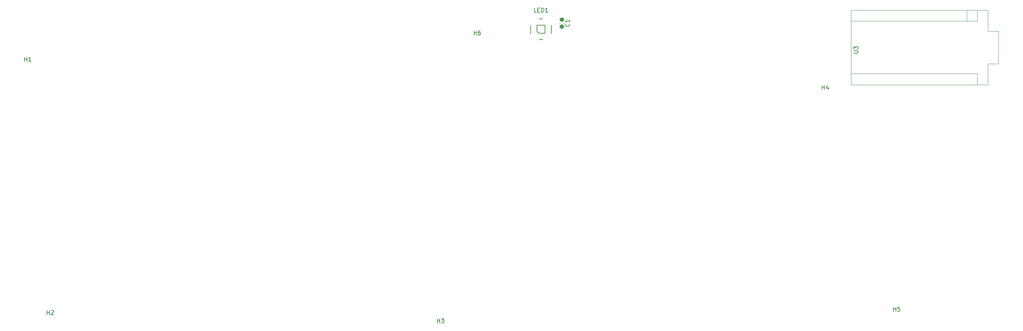
<source format=gto>
%TF.GenerationSoftware,KiCad,Pcbnew,8.0.4*%
%TF.CreationDate,2025-01-19T23:05:39-05:00*%
%TF.ProjectId,shrimple,73687269-6d70-46c6-952e-6b696361645f,rev?*%
%TF.SameCoordinates,Original*%
%TF.FileFunction,Legend,Top*%
%TF.FilePolarity,Positive*%
%FSLAX46Y46*%
G04 Gerber Fmt 4.6, Leading zero omitted, Abs format (unit mm)*
G04 Created by KiCad (PCBNEW 8.0.4) date 2025-01-19 23:05:39*
%MOMM*%
%LPD*%
G01*
G04 APERTURE LIST*
G04 Aperture macros list*
%AMRoundRect*
0 Rectangle with rounded corners*
0 $1 Rounding radius*
0 $2 $3 $4 $5 $6 $7 $8 $9 X,Y pos of 4 corners*
0 Add a 4 corners polygon primitive as box body*
4,1,4,$2,$3,$4,$5,$6,$7,$8,$9,$2,$3,0*
0 Add four circle primitives for the rounded corners*
1,1,$1+$1,$2,$3*
1,1,$1+$1,$4,$5*
1,1,$1+$1,$6,$7*
1,1,$1+$1,$8,$9*
0 Add four rect primitives between the rounded corners*
20,1,$1+$1,$2,$3,$4,$5,0*
20,1,$1+$1,$4,$5,$6,$7,0*
20,1,$1+$1,$6,$7,$8,$9,0*
20,1,$1+$1,$8,$9,$2,$3,0*%
G04 Aperture macros list end*
%ADD10C,0.150000*%
%ADD11C,0.120000*%
%ADD12C,0.200000*%
%ADD13C,0.100000*%
%ADD14C,0.000000*%
%ADD15C,2.600000*%
%ADD16C,4.400000*%
%ADD17C,1.750000*%
%ADD18C,3.987800*%
%ADD19C,3.048000*%
%ADD20RoundRect,0.237500X-0.237500X0.300000X-0.237500X-0.300000X0.237500X-0.300000X0.237500X0.300000X0*%
%ADD21R,1.400000X1.800000*%
%ADD22R,1.600000X1.600000*%
%ADD23O,1.600000X1.600000*%
G04 APERTURE END LIST*
D10*
X153838095Y-39854819D02*
X153838095Y-38854819D01*
X153838095Y-39331009D02*
X154409523Y-39331009D01*
X154409523Y-39854819D02*
X154409523Y-38854819D01*
X155314285Y-38854819D02*
X155123809Y-38854819D01*
X155123809Y-38854819D02*
X155028571Y-38902438D01*
X155028571Y-38902438D02*
X154980952Y-38950057D01*
X154980952Y-38950057D02*
X154885714Y-39092914D01*
X154885714Y-39092914D02*
X154838095Y-39283390D01*
X154838095Y-39283390D02*
X154838095Y-39664342D01*
X154838095Y-39664342D02*
X154885714Y-39759580D01*
X154885714Y-39759580D02*
X154933333Y-39807200D01*
X154933333Y-39807200D02*
X155028571Y-39854819D01*
X155028571Y-39854819D02*
X155219047Y-39854819D01*
X155219047Y-39854819D02*
X155314285Y-39807200D01*
X155314285Y-39807200D02*
X155361904Y-39759580D01*
X155361904Y-39759580D02*
X155409523Y-39664342D01*
X155409523Y-39664342D02*
X155409523Y-39426247D01*
X155409523Y-39426247D02*
X155361904Y-39331009D01*
X155361904Y-39331009D02*
X155314285Y-39283390D01*
X155314285Y-39283390D02*
X155219047Y-39235771D01*
X155219047Y-39235771D02*
X155028571Y-39235771D01*
X155028571Y-39235771D02*
X154933333Y-39283390D01*
X154933333Y-39283390D02*
X154885714Y-39331009D01*
X154885714Y-39331009D02*
X154838095Y-39426247D01*
X255038095Y-106654819D02*
X255038095Y-105654819D01*
X255038095Y-106131009D02*
X255609523Y-106131009D01*
X255609523Y-106654819D02*
X255609523Y-105654819D01*
X256561904Y-105654819D02*
X256085714Y-105654819D01*
X256085714Y-105654819D02*
X256038095Y-106131009D01*
X256038095Y-106131009D02*
X256085714Y-106083390D01*
X256085714Y-106083390D02*
X256180952Y-106035771D01*
X256180952Y-106035771D02*
X256419047Y-106035771D01*
X256419047Y-106035771D02*
X256514285Y-106083390D01*
X256514285Y-106083390D02*
X256561904Y-106131009D01*
X256561904Y-106131009D02*
X256609523Y-106226247D01*
X256609523Y-106226247D02*
X256609523Y-106464342D01*
X256609523Y-106464342D02*
X256561904Y-106559580D01*
X256561904Y-106559580D02*
X256514285Y-106607200D01*
X256514285Y-106607200D02*
X256419047Y-106654819D01*
X256419047Y-106654819D02*
X256180952Y-106654819D01*
X256180952Y-106654819D02*
X256085714Y-106607200D01*
X256085714Y-106607200D02*
X256038095Y-106559580D01*
X237838095Y-53054819D02*
X237838095Y-52054819D01*
X237838095Y-52531009D02*
X238409523Y-52531009D01*
X238409523Y-53054819D02*
X238409523Y-52054819D01*
X239314285Y-52388152D02*
X239314285Y-53054819D01*
X239076190Y-52007200D02*
X238838095Y-52721485D01*
X238838095Y-52721485D02*
X239457142Y-52721485D01*
X145038095Y-109454819D02*
X145038095Y-108454819D01*
X145038095Y-108931009D02*
X145609523Y-108931009D01*
X145609523Y-109454819D02*
X145609523Y-108454819D01*
X145990476Y-108454819D02*
X146609523Y-108454819D01*
X146609523Y-108454819D02*
X146276190Y-108835771D01*
X146276190Y-108835771D02*
X146419047Y-108835771D01*
X146419047Y-108835771D02*
X146514285Y-108883390D01*
X146514285Y-108883390D02*
X146561904Y-108931009D01*
X146561904Y-108931009D02*
X146609523Y-109026247D01*
X146609523Y-109026247D02*
X146609523Y-109264342D01*
X146609523Y-109264342D02*
X146561904Y-109359580D01*
X146561904Y-109359580D02*
X146514285Y-109407200D01*
X146514285Y-109407200D02*
X146419047Y-109454819D01*
X146419047Y-109454819D02*
X146133333Y-109454819D01*
X146133333Y-109454819D02*
X146038095Y-109407200D01*
X146038095Y-109407200D02*
X145990476Y-109359580D01*
X50838095Y-107454819D02*
X50838095Y-106454819D01*
X50838095Y-106931009D02*
X51409523Y-106931009D01*
X51409523Y-107454819D02*
X51409523Y-106454819D01*
X51838095Y-106550057D02*
X51885714Y-106502438D01*
X51885714Y-106502438D02*
X51980952Y-106454819D01*
X51980952Y-106454819D02*
X52219047Y-106454819D01*
X52219047Y-106454819D02*
X52314285Y-106502438D01*
X52314285Y-106502438D02*
X52361904Y-106550057D01*
X52361904Y-106550057D02*
X52409523Y-106645295D01*
X52409523Y-106645295D02*
X52409523Y-106740533D01*
X52409523Y-106740533D02*
X52361904Y-106883390D01*
X52361904Y-106883390D02*
X51790476Y-107454819D01*
X51790476Y-107454819D02*
X52409523Y-107454819D01*
X45438095Y-46254819D02*
X45438095Y-45254819D01*
X45438095Y-45731009D02*
X46009523Y-45731009D01*
X46009523Y-46254819D02*
X46009523Y-45254819D01*
X47009523Y-46254819D02*
X46438095Y-46254819D01*
X46723809Y-46254819D02*
X46723809Y-45254819D01*
X46723809Y-45254819D02*
X46628571Y-45397676D01*
X46628571Y-45397676D02*
X46533333Y-45492914D01*
X46533333Y-45492914D02*
X46438095Y-45540533D01*
X176789580Y-37166666D02*
X176837200Y-37214285D01*
X176837200Y-37214285D02*
X176884819Y-37357142D01*
X176884819Y-37357142D02*
X176884819Y-37452380D01*
X176884819Y-37452380D02*
X176837200Y-37595237D01*
X176837200Y-37595237D02*
X176741961Y-37690475D01*
X176741961Y-37690475D02*
X176646723Y-37738094D01*
X176646723Y-37738094D02*
X176456247Y-37785713D01*
X176456247Y-37785713D02*
X176313390Y-37785713D01*
X176313390Y-37785713D02*
X176122914Y-37738094D01*
X176122914Y-37738094D02*
X176027676Y-37690475D01*
X176027676Y-37690475D02*
X175932438Y-37595237D01*
X175932438Y-37595237D02*
X175884819Y-37452380D01*
X175884819Y-37452380D02*
X175884819Y-37357142D01*
X175884819Y-37357142D02*
X175932438Y-37214285D01*
X175932438Y-37214285D02*
X175980057Y-37166666D01*
X176884819Y-36214285D02*
X176884819Y-36785713D01*
X176884819Y-36499999D02*
X175884819Y-36499999D01*
X175884819Y-36499999D02*
X176027676Y-36595237D01*
X176027676Y-36595237D02*
X176122914Y-36690475D01*
X176122914Y-36690475D02*
X176170533Y-36785713D01*
X168880952Y-34382819D02*
X168404762Y-34382819D01*
X168404762Y-34382819D02*
X168404762Y-33382819D01*
X169214286Y-33859009D02*
X169547619Y-33859009D01*
X169690476Y-34382819D02*
X169214286Y-34382819D01*
X169214286Y-34382819D02*
X169214286Y-33382819D01*
X169214286Y-33382819D02*
X169690476Y-33382819D01*
X170119048Y-34382819D02*
X170119048Y-33382819D01*
X170119048Y-33382819D02*
X170357143Y-33382819D01*
X170357143Y-33382819D02*
X170500000Y-33430438D01*
X170500000Y-33430438D02*
X170595238Y-33525676D01*
X170595238Y-33525676D02*
X170642857Y-33620914D01*
X170642857Y-33620914D02*
X170690476Y-33811390D01*
X170690476Y-33811390D02*
X170690476Y-33954247D01*
X170690476Y-33954247D02*
X170642857Y-34144723D01*
X170642857Y-34144723D02*
X170595238Y-34239961D01*
X170595238Y-34239961D02*
X170500000Y-34335200D01*
X170500000Y-34335200D02*
X170357143Y-34382819D01*
X170357143Y-34382819D02*
X170119048Y-34382819D01*
X171642857Y-34382819D02*
X171071429Y-34382819D01*
X171357143Y-34382819D02*
X171357143Y-33382819D01*
X171357143Y-33382819D02*
X171261905Y-33525676D01*
X171261905Y-33525676D02*
X171166667Y-33620914D01*
X171166667Y-33620914D02*
X171071429Y-33668533D01*
X245454819Y-44261904D02*
X246264342Y-44261904D01*
X246264342Y-44261904D02*
X246359580Y-44214285D01*
X246359580Y-44214285D02*
X246407200Y-44166666D01*
X246407200Y-44166666D02*
X246454819Y-44071428D01*
X246454819Y-44071428D02*
X246454819Y-43880952D01*
X246454819Y-43880952D02*
X246407200Y-43785714D01*
X246407200Y-43785714D02*
X246359580Y-43738095D01*
X246359580Y-43738095D02*
X246264342Y-43690476D01*
X246264342Y-43690476D02*
X245454819Y-43690476D01*
X245454819Y-43309523D02*
X245454819Y-42690476D01*
X245454819Y-42690476D02*
X245835771Y-43023809D01*
X245835771Y-43023809D02*
X245835771Y-42880952D01*
X245835771Y-42880952D02*
X245883390Y-42785714D01*
X245883390Y-42785714D02*
X245931009Y-42738095D01*
X245931009Y-42738095D02*
X246026247Y-42690476D01*
X246026247Y-42690476D02*
X246264342Y-42690476D01*
X246264342Y-42690476D02*
X246359580Y-42738095D01*
X246359580Y-42738095D02*
X246407200Y-42785714D01*
X246407200Y-42785714D02*
X246454819Y-42880952D01*
X246454819Y-42880952D02*
X246454819Y-43166666D01*
X246454819Y-43166666D02*
X246407200Y-43261904D01*
X246407200Y-43261904D02*
X246359580Y-43309523D01*
D11*
%TO.C,C1*%
X174490000Y-36853733D02*
X174490000Y-37146267D01*
X175510000Y-36853733D02*
X175510000Y-37146267D01*
D12*
%TO.C,LED1*%
X167500000Y-37500000D02*
X167500000Y-39500000D01*
X169000000Y-37500000D02*
X171000000Y-37500000D01*
X169000000Y-39000000D02*
X169000000Y-37500000D01*
X169500000Y-36000000D02*
X170500000Y-36000000D01*
X169500000Y-39500000D02*
X169000000Y-39000000D01*
X169500000Y-41000000D02*
X170500000Y-41000000D01*
X171000000Y-37500000D02*
X171000000Y-39500000D01*
X171000000Y-39500000D02*
X169500000Y-39500000D01*
X172500000Y-37500000D02*
X172500000Y-39500000D01*
D11*
%TO.C,U3*%
X244830000Y-33863000D02*
X244830000Y-49230000D01*
X244830000Y-36530000D02*
X244830000Y-33860000D01*
X244830000Y-36530000D02*
X275310000Y-36530000D01*
X244830000Y-49230000D02*
X244830000Y-51897000D01*
X244830000Y-51897000D02*
X277850000Y-51897000D01*
X247370000Y-49230000D02*
X244830000Y-49230000D01*
X247370000Y-49230000D02*
X275310000Y-49230000D01*
X272770000Y-36530000D02*
X272770000Y-33860000D01*
X275310000Y-36530000D02*
X275310000Y-33860000D01*
X275310000Y-49230000D02*
X275310000Y-51900000D01*
X277850000Y-33863000D02*
X244830000Y-33860000D01*
X277850000Y-38943000D02*
X277850000Y-33863000D01*
X277850000Y-51897000D02*
X277850000Y-46817000D01*
X280390000Y-38943000D02*
X277850000Y-38943000D01*
X280390000Y-46817000D02*
X277850000Y-46817000D01*
X280390000Y-46817000D02*
X280390000Y-38943000D01*
%TD*%
%LPC*%
D13*
G36*
X207343893Y-42893984D02*
G01*
X207427809Y-42843354D01*
X207521140Y-42775073D01*
X207606434Y-42698583D01*
X207683692Y-42613884D01*
X207752911Y-42520976D01*
X207784508Y-42471444D01*
X207833480Y-42382653D01*
X207874152Y-42291525D01*
X207906524Y-42198059D01*
X207930595Y-42102256D01*
X207946366Y-42004115D01*
X207953837Y-41903637D01*
X207954501Y-41862791D01*
X207920841Y-41770360D01*
X207910537Y-41759232D01*
X207819951Y-41715655D01*
X207808932Y-41715268D01*
X207714874Y-41751375D01*
X207706838Y-41759232D01*
X207664042Y-41848403D01*
X207663363Y-41863279D01*
X207657150Y-41974851D01*
X207638509Y-42081199D01*
X207607442Y-42182324D01*
X207563949Y-42278225D01*
X207508028Y-42368903D01*
X207439681Y-42454357D01*
X207408862Y-42487076D01*
X207326449Y-42561942D01*
X207238884Y-42624119D01*
X207146167Y-42673606D01*
X207048299Y-42710405D01*
X206945278Y-42734515D01*
X206837105Y-42745935D01*
X206792393Y-42746950D01*
X206213538Y-42746950D01*
X206114549Y-42730494D01*
X206029585Y-42681127D01*
X206007885Y-42660976D01*
X205949448Y-42578350D01*
X205923736Y-42482633D01*
X205922400Y-42452882D01*
X205922400Y-41363070D01*
X205917027Y-41363070D01*
X205866713Y-41280516D01*
X205774389Y-41246322D01*
X205681577Y-41280516D01*
X205631263Y-41363070D01*
X205631263Y-43943740D01*
X205636636Y-43943740D01*
X205686950Y-44025806D01*
X205780251Y-44060000D01*
X205872086Y-44025806D01*
X205922400Y-43943740D01*
X205922400Y-43331667D01*
X205938762Y-43232344D01*
X205987850Y-43147233D01*
X206007885Y-43125526D01*
X206088842Y-43066755D01*
X206183824Y-43040896D01*
X206213538Y-43039553D01*
X206792393Y-43039553D01*
X206902627Y-43045814D01*
X207007708Y-43064597D01*
X207107638Y-43095903D01*
X207202416Y-43139731D01*
X207292041Y-43196081D01*
X207376515Y-43264953D01*
X207408862Y-43296008D01*
X207482180Y-43378457D01*
X207543072Y-43466129D01*
X207591536Y-43559025D01*
X207627574Y-43657144D01*
X207651185Y-43760487D01*
X207662369Y-43869053D01*
X207663363Y-43913942D01*
X207696649Y-44006693D01*
X207706838Y-44017501D01*
X207797825Y-44059626D01*
X207808932Y-44060000D01*
X207902505Y-44025096D01*
X207910537Y-44017501D01*
X207953814Y-43928650D01*
X207954501Y-43913454D01*
X207950350Y-43812992D01*
X207937900Y-43714940D01*
X207917149Y-43619296D01*
X207881291Y-43507704D01*
X207842279Y-43417360D01*
X207794966Y-43329426D01*
X207784508Y-43312128D01*
X207719306Y-43215866D01*
X207646068Y-43127847D01*
X207564792Y-43048071D01*
X207475479Y-42976538D01*
X207378129Y-42913249D01*
X207343893Y-42893984D01*
G37*
G36*
X209587111Y-41720138D02*
G01*
X209689724Y-41734747D01*
X209788367Y-41759094D01*
X209883042Y-41793182D01*
X209973748Y-41837008D01*
X210060484Y-41890573D01*
X210143252Y-41953878D01*
X210222051Y-42026922D01*
X210294179Y-42106835D01*
X210356690Y-42190748D01*
X210409584Y-42278660D01*
X210452861Y-42370572D01*
X210486520Y-42466483D01*
X210510563Y-42566393D01*
X210524989Y-42670303D01*
X210529797Y-42778213D01*
X210522737Y-42831427D01*
X210466256Y-42925949D01*
X210386829Y-42986422D01*
X210296371Y-43029995D01*
X210183850Y-43067366D01*
X210077948Y-43092798D01*
X210003355Y-43106994D01*
X209904338Y-43122078D01*
X209798906Y-43134205D01*
X209687058Y-43143373D01*
X209568793Y-43149584D01*
X209469562Y-43152424D01*
X209366224Y-43153370D01*
X209263800Y-43152477D01*
X209165720Y-43149798D01*
X209041706Y-43143448D01*
X208925415Y-43133922D01*
X208816850Y-43121222D01*
X208716008Y-43105346D01*
X208600818Y-43081036D01*
X208497697Y-43051765D01*
X208498546Y-43088894D01*
X208511283Y-43195929D01*
X208539304Y-43296439D01*
X208582609Y-43390423D01*
X208641199Y-43477881D01*
X208715073Y-43558813D01*
X208742758Y-43584071D01*
X208829775Y-43650068D01*
X208922735Y-43701399D01*
X209021636Y-43738065D01*
X209126479Y-43760064D01*
X209237264Y-43767397D01*
X209462944Y-43767397D01*
X209567419Y-43760375D01*
X209667864Y-43739309D01*
X209764279Y-43704199D01*
X209856664Y-43655045D01*
X209941782Y-43594289D01*
X210016887Y-43523398D01*
X210081978Y-43442370D01*
X210137055Y-43351207D01*
X210142446Y-43341449D01*
X210221563Y-43279888D01*
X210232332Y-43276737D01*
X210332449Y-43289658D01*
X210342381Y-43295053D01*
X210404745Y-43374654D01*
X210408767Y-43389003D01*
X210395464Y-43486029D01*
X210377922Y-43518868D01*
X210319962Y-43612119D01*
X210253999Y-43697471D01*
X210180034Y-43774922D01*
X210098065Y-43844474D01*
X210008094Y-43906127D01*
X209976656Y-43924760D01*
X209880233Y-43973446D01*
X209780651Y-44011313D01*
X209677909Y-44038361D01*
X209572006Y-44054590D01*
X209462944Y-44060000D01*
X209237264Y-44060000D01*
X209130209Y-44055153D01*
X209027154Y-44040613D01*
X208928098Y-44016379D01*
X208833042Y-43982452D01*
X208741985Y-43938832D01*
X208654928Y-43885519D01*
X208571870Y-43822511D01*
X208492812Y-43749811D01*
X208425721Y-43670150D01*
X208367576Y-43586504D01*
X208318377Y-43498874D01*
X208278122Y-43407260D01*
X208246813Y-43311662D01*
X208224450Y-43212080D01*
X208211032Y-43108513D01*
X208206559Y-43000963D01*
X208206559Y-42774305D01*
X208208197Y-42737669D01*
X208497697Y-42737669D01*
X208596037Y-42779503D01*
X208700892Y-42807753D01*
X208799768Y-42826025D01*
X208911971Y-42840451D01*
X209037501Y-42851030D01*
X209140393Y-42856439D01*
X209250782Y-42859685D01*
X209368667Y-42860767D01*
X209486377Y-42859685D01*
X209596608Y-42856439D01*
X209699360Y-42851030D01*
X209824730Y-42840451D01*
X209936803Y-42826025D01*
X210035580Y-42807753D01*
X210140354Y-42779503D01*
X210238660Y-42737669D01*
X210237791Y-42699815D01*
X210224768Y-42590696D01*
X210196118Y-42488240D01*
X210151839Y-42392447D01*
X210091933Y-42303317D01*
X210016399Y-42220851D01*
X209988213Y-42195060D01*
X209899559Y-42127672D01*
X209804757Y-42075259D01*
X209703806Y-42037821D01*
X209596707Y-42015359D01*
X209483461Y-42007871D01*
X209253384Y-42007871D01*
X209214952Y-42008703D01*
X209103755Y-42021182D01*
X208998706Y-42048637D01*
X208899804Y-42091066D01*
X208807051Y-42148471D01*
X208720446Y-42220851D01*
X208693473Y-42247599D01*
X208622993Y-42332287D01*
X208568176Y-42423637D01*
X208529021Y-42521651D01*
X208505528Y-42626328D01*
X208497697Y-42737669D01*
X208208197Y-42737669D01*
X208211368Y-42666762D01*
X208225793Y-42563218D01*
X208249836Y-42463674D01*
X208283496Y-42368129D01*
X208326772Y-42276584D01*
X208379666Y-42189038D01*
X208442177Y-42105492D01*
X208514305Y-42025945D01*
X208593104Y-41953130D01*
X208675872Y-41890024D01*
X208762609Y-41836626D01*
X208853314Y-41792937D01*
X208947989Y-41758957D01*
X209046632Y-41734685D01*
X209149245Y-41720122D01*
X209255826Y-41715268D01*
X209480530Y-41715268D01*
X209587111Y-41720138D01*
G37*
G36*
X212193671Y-41720138D02*
G01*
X212296284Y-41734747D01*
X212394927Y-41759094D01*
X212489602Y-41793182D01*
X212580307Y-41837008D01*
X212667044Y-41890573D01*
X212749812Y-41953878D01*
X212828611Y-42026922D01*
X212900739Y-42106835D01*
X212963250Y-42190748D01*
X213016144Y-42278660D01*
X213059420Y-42370572D01*
X213093080Y-42466483D01*
X213117123Y-42566393D01*
X213131548Y-42670303D01*
X213136357Y-42778213D01*
X213129297Y-42831427D01*
X213072815Y-42925949D01*
X212993389Y-42986422D01*
X212902931Y-43029995D01*
X212790410Y-43067366D01*
X212684508Y-43092798D01*
X212609914Y-43106994D01*
X212510898Y-43122078D01*
X212405466Y-43134205D01*
X212293617Y-43143373D01*
X212175353Y-43149584D01*
X212076121Y-43152424D01*
X211972784Y-43153370D01*
X211870359Y-43152477D01*
X211772280Y-43149798D01*
X211648265Y-43143448D01*
X211531975Y-43133922D01*
X211423409Y-43121222D01*
X211322567Y-43105346D01*
X211207377Y-43081036D01*
X211104256Y-43051765D01*
X211105105Y-43088894D01*
X211117842Y-43195929D01*
X211145863Y-43296439D01*
X211189169Y-43390423D01*
X211247759Y-43477881D01*
X211321632Y-43558813D01*
X211349318Y-43584071D01*
X211436335Y-43650068D01*
X211529294Y-43701399D01*
X211628195Y-43738065D01*
X211733039Y-43760064D01*
X211843824Y-43767397D01*
X212069504Y-43767397D01*
X212173979Y-43760375D01*
X212274424Y-43739309D01*
X212370839Y-43704199D01*
X212463224Y-43655045D01*
X212548342Y-43594289D01*
X212623447Y-43523398D01*
X212688538Y-43442370D01*
X212743614Y-43351207D01*
X212749005Y-43341449D01*
X212828122Y-43279888D01*
X212838891Y-43276737D01*
X212939009Y-43289658D01*
X212948940Y-43295053D01*
X213011304Y-43374654D01*
X213015327Y-43389003D01*
X213002023Y-43486029D01*
X212984482Y-43518868D01*
X212926522Y-43612119D01*
X212860559Y-43697471D01*
X212786593Y-43774922D01*
X212704625Y-43844474D01*
X212614654Y-43906127D01*
X212583215Y-43924760D01*
X212486793Y-43973446D01*
X212387211Y-44011313D01*
X212284468Y-44038361D01*
X212178566Y-44054590D01*
X212069504Y-44060000D01*
X211843824Y-44060000D01*
X211736769Y-44055153D01*
X211633714Y-44040613D01*
X211534658Y-44016379D01*
X211439602Y-43982452D01*
X211348545Y-43938832D01*
X211261488Y-43885519D01*
X211178430Y-43822511D01*
X211099371Y-43749811D01*
X211032281Y-43670150D01*
X210974136Y-43586504D01*
X210924936Y-43498874D01*
X210884682Y-43407260D01*
X210853373Y-43311662D01*
X210831010Y-43212080D01*
X210817592Y-43108513D01*
X210813119Y-43000963D01*
X210813119Y-42774305D01*
X210814757Y-42737669D01*
X211104256Y-42737669D01*
X211202596Y-42779503D01*
X211307452Y-42807753D01*
X211406328Y-42826025D01*
X211518531Y-42840451D01*
X211644060Y-42851030D01*
X211746953Y-42856439D01*
X211857341Y-42859685D01*
X211975226Y-42860767D01*
X212092937Y-42859685D01*
X212203168Y-42856439D01*
X212305920Y-42851030D01*
X212431289Y-42840451D01*
X212543362Y-42826025D01*
X212642140Y-42807753D01*
X212746913Y-42779503D01*
X212845219Y-42737669D01*
X212844351Y-42699815D01*
X212831328Y-42590696D01*
X212802677Y-42488240D01*
X212758399Y-42392447D01*
X212698492Y-42303317D01*
X212622958Y-42220851D01*
X212594773Y-42195060D01*
X212506119Y-42127672D01*
X212411316Y-42075259D01*
X212310366Y-42037821D01*
X212203267Y-42015359D01*
X212090020Y-42007871D01*
X211859944Y-42007871D01*
X211821512Y-42008703D01*
X211710314Y-42021182D01*
X211605265Y-42048637D01*
X211506364Y-42091066D01*
X211413611Y-42148471D01*
X211327006Y-42220851D01*
X211300032Y-42247599D01*
X211229553Y-42332287D01*
X211174736Y-42423637D01*
X211135580Y-42521651D01*
X211112087Y-42626328D01*
X211104256Y-42737669D01*
X210814757Y-42737669D01*
X210817927Y-42666762D01*
X210832353Y-42563218D01*
X210856396Y-42463674D01*
X210890055Y-42368129D01*
X210933332Y-42276584D01*
X210986226Y-42189038D01*
X211048737Y-42105492D01*
X211120865Y-42025945D01*
X211199664Y-41953130D01*
X211282431Y-41890024D01*
X211369168Y-41836626D01*
X211459874Y-41792937D01*
X211554549Y-41758957D01*
X211653192Y-41734685D01*
X211755805Y-41720122D01*
X211862386Y-41715268D01*
X212087090Y-41715268D01*
X212193671Y-41720138D01*
G37*
G36*
X213726280Y-41246986D02*
G01*
X213814863Y-41288820D01*
X213824824Y-41299742D01*
X213857362Y-41392868D01*
X213857362Y-42023014D01*
X213934466Y-41950886D01*
X214015570Y-41888375D01*
X214100673Y-41835481D01*
X214189776Y-41792205D01*
X214282879Y-41758545D01*
X214379980Y-41734502D01*
X214481082Y-41720077D01*
X214586182Y-41715268D01*
X214878785Y-41715268D01*
X214982505Y-41719970D01*
X215082392Y-41734075D01*
X215178448Y-41757583D01*
X215270673Y-41790495D01*
X215359066Y-41832810D01*
X215443627Y-41884528D01*
X215524357Y-41945650D01*
X215601256Y-42016175D01*
X215671094Y-42093333D01*
X215731620Y-42174353D01*
X215782835Y-42259235D01*
X215824738Y-42347979D01*
X215857329Y-42440585D01*
X215880608Y-42537054D01*
X215894576Y-42637384D01*
X215899232Y-42741577D01*
X215899232Y-43034180D01*
X215894576Y-43138578D01*
X215880608Y-43239038D01*
X215857329Y-43335560D01*
X215824738Y-43428143D01*
X215782835Y-43516788D01*
X215731620Y-43601495D01*
X215671094Y-43682263D01*
X215601256Y-43759092D01*
X215524357Y-43829617D01*
X215443627Y-43890739D01*
X215359066Y-43942458D01*
X215270673Y-43984773D01*
X215178448Y-44017684D01*
X215082392Y-44041193D01*
X214982505Y-44055298D01*
X214878785Y-44060000D01*
X214586182Y-44060000D01*
X214481082Y-44055168D01*
X214379980Y-44040674D01*
X214282879Y-44016517D01*
X214189776Y-43982697D01*
X214100673Y-43939214D01*
X214015570Y-43886068D01*
X213934466Y-43823259D01*
X213857362Y-43750788D01*
X213857362Y-43767397D01*
X213840509Y-43865338D01*
X213789951Y-43950090D01*
X213714480Y-44013471D01*
X213621912Y-44049253D01*
X213565736Y-44060000D01*
X213550761Y-44059335D01*
X213462177Y-44017501D01*
X213452216Y-44006571D01*
X213419678Y-43912965D01*
X213420052Y-43901767D01*
X213462177Y-43809895D01*
X213473206Y-43799934D01*
X213566224Y-43767397D01*
X213566224Y-42777725D01*
X213857362Y-42777725D01*
X213857362Y-42998032D01*
X213858238Y-43037481D01*
X213871375Y-43151477D01*
X213900278Y-43258948D01*
X213944946Y-43359893D01*
X214005379Y-43454312D01*
X214081577Y-43542205D01*
X214110025Y-43569474D01*
X214199699Y-43640726D01*
X214295863Y-43696144D01*
X214398520Y-43735729D01*
X214507668Y-43759480D01*
X214623307Y-43767397D01*
X214842149Y-43767397D01*
X214881474Y-43766517D01*
X214995075Y-43753322D01*
X215102117Y-43724293D01*
X215202598Y-43679431D01*
X215296519Y-43618735D01*
X215383879Y-43542205D01*
X215411030Y-43513632D01*
X215481974Y-43423564D01*
X215537151Y-43326969D01*
X215576564Y-43223849D01*
X215600212Y-43114203D01*
X215608094Y-42998032D01*
X215608094Y-42777725D01*
X215607219Y-42738216D01*
X215594081Y-42624065D01*
X215565178Y-42516474D01*
X215520510Y-42415444D01*
X215460078Y-42320973D01*
X215383879Y-42233063D01*
X215355488Y-42205794D01*
X215265941Y-42134542D01*
X215169833Y-42079123D01*
X215067165Y-42039539D01*
X214957937Y-42015788D01*
X214842149Y-42007871D01*
X214623307Y-42007871D01*
X214584039Y-42008751D01*
X214470564Y-42021946D01*
X214363580Y-42050974D01*
X214263087Y-42095837D01*
X214169086Y-42156533D01*
X214081577Y-42233063D01*
X214054426Y-42261638D01*
X213983483Y-42351734D01*
X213928305Y-42448392D01*
X213888892Y-42551609D01*
X213865244Y-42661387D01*
X213857362Y-42777725D01*
X213566224Y-42777725D01*
X213566224Y-41392868D01*
X213566888Y-41377778D01*
X213608722Y-41288820D01*
X213616845Y-41281225D01*
X213711304Y-41246322D01*
X213726280Y-41246986D01*
G37*
G36*
X218217585Y-41538925D02*
G01*
X218311242Y-41504021D01*
X218319190Y-41496427D01*
X218362467Y-41407843D01*
X218363154Y-41392868D01*
X218329494Y-41299742D01*
X218319190Y-41288820D01*
X218228688Y-41246695D01*
X218217585Y-41246322D01*
X218123527Y-41281225D01*
X218115491Y-41288820D01*
X218072696Y-41377778D01*
X218072016Y-41392868D01*
X218105302Y-41485512D01*
X218115491Y-41496427D01*
X218206478Y-41538551D01*
X218217585Y-41538925D01*
G37*
G36*
X218394417Y-42009337D02*
G01*
X218377808Y-41911029D01*
X218327983Y-41825177D01*
X218248265Y-41759546D01*
X218161898Y-41727969D01*
X218106699Y-41715268D01*
X218012641Y-41751375D01*
X218004605Y-41759232D01*
X217962965Y-41850703D01*
X217962595Y-41861814D01*
X217996295Y-41955872D01*
X218003628Y-41963907D01*
X218092443Y-42007485D01*
X218103279Y-42007871D01*
X218103279Y-43767397D01*
X218120132Y-43865338D01*
X218170690Y-43950090D01*
X218245062Y-44013471D01*
X218337264Y-44049253D01*
X218394905Y-44060000D01*
X218489364Y-44025096D01*
X218497487Y-44017501D01*
X218540283Y-43928169D01*
X218540963Y-43912965D01*
X218507677Y-43820802D01*
X218497487Y-43809895D01*
X218409171Y-43768061D01*
X218394417Y-43767397D01*
X218394417Y-42009337D01*
G37*
G36*
X221044940Y-43303335D02*
G01*
X220947327Y-43289551D01*
X220933077Y-43293565D01*
X220853476Y-43355210D01*
X220848080Y-43364884D01*
X220795263Y-43453422D01*
X220732554Y-43531946D01*
X220659952Y-43600457D01*
X220577459Y-43658953D01*
X220488128Y-43706397D01*
X220395010Y-43740286D01*
X220298107Y-43760619D01*
X220197418Y-43767397D01*
X219977110Y-43767397D01*
X219865930Y-43759754D01*
X219761001Y-43736828D01*
X219662323Y-43698617D01*
X219569897Y-43645122D01*
X219483721Y-43576343D01*
X219456385Y-43550020D01*
X219383009Y-43465344D01*
X219324814Y-43374349D01*
X219281801Y-43277033D01*
X219253968Y-43173398D01*
X219241317Y-43063443D01*
X219240474Y-43025387D01*
X219240474Y-42445554D01*
X220346406Y-42445554D01*
X220440463Y-42409447D01*
X220448499Y-42401591D01*
X220490624Y-42310604D01*
X220490997Y-42299497D01*
X220456094Y-42204955D01*
X220448499Y-42196915D01*
X220357512Y-42153338D01*
X220346406Y-42152951D01*
X219240474Y-42152951D01*
X219240474Y-41537948D01*
X219223621Y-41440739D01*
X219173063Y-41356231D01*
X219097592Y-41292850D01*
X219005024Y-41257069D01*
X218948848Y-41246322D01*
X218856204Y-41278860D01*
X218845289Y-41288820D01*
X218803455Y-41377778D01*
X218802791Y-41392868D01*
X218835329Y-41485512D01*
X218845289Y-41496427D01*
X218934354Y-41538261D01*
X218949337Y-41538925D01*
X218949337Y-42152951D01*
X218856318Y-42186611D01*
X218845289Y-42196915D01*
X218803164Y-42288303D01*
X218802791Y-42299497D01*
X218837694Y-42393555D01*
X218845289Y-42401591D01*
X218934354Y-42444867D01*
X218949337Y-42445554D01*
X218949337Y-43025387D01*
X218954031Y-43130304D01*
X218968113Y-43231345D01*
X218991583Y-43328507D01*
X219024441Y-43421793D01*
X219066688Y-43511201D01*
X219118322Y-43596732D01*
X219179345Y-43678385D01*
X219249755Y-43756161D01*
X219327264Y-43827373D01*
X219408605Y-43889091D01*
X219493777Y-43941313D01*
X219582780Y-43984040D01*
X219675616Y-44017272D01*
X219772282Y-44041010D01*
X219872781Y-44055252D01*
X219977110Y-44060000D01*
X220197418Y-44060000D01*
X220303635Y-44054693D01*
X220406863Y-44038773D01*
X220507104Y-44012240D01*
X220604357Y-43975095D01*
X220698621Y-43927336D01*
X220729378Y-43909057D01*
X220816756Y-43848974D01*
X220896441Y-43781196D01*
X220968431Y-43705725D01*
X221032728Y-43622561D01*
X221089331Y-43531702D01*
X221106489Y-43499706D01*
X221120274Y-43402681D01*
X221116259Y-43388332D01*
X221054614Y-43308730D01*
X221044940Y-43303335D01*
G37*
G36*
X222978367Y-43403963D02*
G01*
X222985116Y-43502716D01*
X223010050Y-43611024D01*
X223053357Y-43711900D01*
X223115036Y-43805342D01*
X223170341Y-43867536D01*
X223244897Y-43932944D01*
X223338823Y-43992149D01*
X223440230Y-44032934D01*
X223549116Y-44055301D01*
X223631472Y-44060000D01*
X224648011Y-44060000D01*
X224746397Y-44053233D01*
X224854278Y-44028236D01*
X224954726Y-43984818D01*
X225047741Y-43922982D01*
X225109630Y-43867536D01*
X225174871Y-43792283D01*
X225233926Y-43697628D01*
X225274608Y-43595587D01*
X225296918Y-43486160D01*
X225301605Y-43403475D01*
X225294855Y-43304259D01*
X225269921Y-43195626D01*
X225226614Y-43094660D01*
X225164935Y-43001361D01*
X225109630Y-42939413D01*
X225034926Y-42874006D01*
X224940912Y-42814801D01*
X224839512Y-42774015D01*
X224730726Y-42751649D01*
X224648499Y-42746950D01*
X223632449Y-42746950D01*
X223535041Y-42734136D01*
X223440233Y-42690928D01*
X223376971Y-42638506D01*
X223315786Y-42558478D01*
X223278005Y-42459457D01*
X223269504Y-42377166D01*
X223282203Y-42277917D01*
X223325022Y-42181494D01*
X223376971Y-42117292D01*
X223454984Y-42054995D01*
X223551807Y-42016526D01*
X223632449Y-42007871D01*
X224647522Y-42007871D01*
X224745371Y-42020801D01*
X224840133Y-42064398D01*
X224903000Y-42117292D01*
X224964185Y-42196764D01*
X225001966Y-42295442D01*
X225010467Y-42377655D01*
X225043005Y-42470299D01*
X225052965Y-42481214D01*
X225140801Y-42524971D01*
X225155547Y-42525666D01*
X225247871Y-42492006D01*
X225259106Y-42481702D01*
X225300940Y-42393012D01*
X225301605Y-42378143D01*
X225294855Y-42278343D01*
X225269921Y-42168943D01*
X225226614Y-42067115D01*
X225164935Y-41972861D01*
X225109630Y-41910174D01*
X225034909Y-41843936D01*
X224940832Y-41783980D01*
X224839322Y-41742677D01*
X224730378Y-41720027D01*
X224648011Y-41715268D01*
X223631472Y-41715268D01*
X223533103Y-41722120D01*
X223425285Y-41747435D01*
X223324947Y-41791403D01*
X223232089Y-41854024D01*
X223170341Y-41910174D01*
X223105100Y-41985679D01*
X223046045Y-42080801D01*
X223005363Y-42183497D01*
X222983053Y-42293766D01*
X222978367Y-42377166D01*
X222985116Y-42477396D01*
X223010050Y-42586993D01*
X223053357Y-42688690D01*
X223115036Y-42782487D01*
X223170341Y-42844647D01*
X223244879Y-42910885D01*
X223338743Y-42970841D01*
X223440039Y-43012144D01*
X223548769Y-43034794D01*
X223630983Y-43039553D01*
X224647522Y-43039553D01*
X224745150Y-43052078D01*
X224839935Y-43094313D01*
X224903000Y-43145554D01*
X224964185Y-43224738D01*
X225001966Y-43322442D01*
X225010467Y-43403475D01*
X224997768Y-43501439D01*
X224954950Y-43596590D01*
X224903000Y-43659930D01*
X224825207Y-43721114D01*
X224728361Y-43758896D01*
X224647522Y-43767397D01*
X223632449Y-43767397D01*
X223534821Y-43754698D01*
X223440036Y-43711879D01*
X223376971Y-43659930D01*
X223315786Y-43581581D01*
X223278005Y-43484391D01*
X223269504Y-43403475D01*
X223236966Y-43311151D01*
X223227006Y-43299916D01*
X223135618Y-43258275D01*
X223124424Y-43257906D01*
X223031993Y-43290444D01*
X223020865Y-43300404D01*
X222979031Y-43389202D01*
X222978367Y-43403963D01*
G37*
G36*
X226757780Y-41715268D02*
G01*
X226653160Y-41720077D01*
X226552525Y-41734502D01*
X226455873Y-41758545D01*
X226363206Y-41792205D01*
X226274523Y-41835481D01*
X226189824Y-41888375D01*
X226109110Y-41950886D01*
X226032379Y-42023014D01*
X226032379Y-41538925D01*
X226322051Y-41538925D01*
X226414428Y-41506387D01*
X226425122Y-41496427D01*
X226466956Y-41407843D01*
X226467620Y-41392868D01*
X226435082Y-41299742D01*
X226425122Y-41288820D01*
X226333416Y-41246695D01*
X226322051Y-41246322D01*
X225885833Y-41246322D01*
X225791776Y-41281225D01*
X225783740Y-41288820D01*
X225741906Y-41377778D01*
X225741242Y-41392868D01*
X225741242Y-43767397D01*
X225649439Y-43802300D01*
X225641591Y-43809895D01*
X225600918Y-43901767D01*
X225600558Y-43912965D01*
X225632721Y-44006571D01*
X225642568Y-44017501D01*
X225733554Y-44059626D01*
X225744661Y-44060000D01*
X225799860Y-44049253D01*
X225891451Y-44013471D01*
X225965945Y-43950090D01*
X226015771Y-43865338D01*
X226032379Y-43767397D01*
X226032379Y-43033203D01*
X226032379Y-43015129D01*
X226032379Y-42997543D01*
X226032379Y-42777725D01*
X226040227Y-42661387D01*
X226063772Y-42551609D01*
X226103013Y-42448392D01*
X226157950Y-42351734D01*
X226228584Y-42261638D01*
X226255617Y-42233063D01*
X226342411Y-42156533D01*
X226435731Y-42095837D01*
X226535577Y-42050974D01*
X226641948Y-42021946D01*
X226754846Y-42008751D01*
X226793928Y-42007871D01*
X227011793Y-42007871D01*
X227126866Y-42015788D01*
X227235413Y-42039539D01*
X227337434Y-42079123D01*
X227432929Y-42134542D01*
X227521898Y-42205794D01*
X227550104Y-42233063D01*
X227625970Y-42320824D01*
X227686140Y-42415215D01*
X227730613Y-42516234D01*
X227759390Y-42623882D01*
X227772470Y-42738159D01*
X227773342Y-42777725D01*
X227773342Y-42997543D01*
X227773342Y-43015129D01*
X227773342Y-43033203D01*
X227773342Y-43943251D01*
X227778715Y-43943251D01*
X227829030Y-44025806D01*
X227922819Y-44060000D01*
X228014166Y-44025806D01*
X228064480Y-43943251D01*
X228064480Y-42741577D01*
X228059847Y-42637384D01*
X228045948Y-42537054D01*
X228022783Y-42440585D01*
X227990352Y-42347979D01*
X227948655Y-42259235D01*
X227897692Y-42174353D01*
X227837464Y-42093333D01*
X227767969Y-42016175D01*
X227691444Y-41945650D01*
X227611104Y-41884528D01*
X227526947Y-41832810D01*
X227416384Y-41781385D01*
X227299858Y-41744654D01*
X227202344Y-41725847D01*
X227101014Y-41716444D01*
X227048918Y-41715268D01*
X226757780Y-41715268D01*
G37*
G36*
X230704256Y-42289727D02*
G01*
X230648930Y-42193677D01*
X230585531Y-42105561D01*
X230514062Y-42025378D01*
X230434521Y-41953130D01*
X230346908Y-41888816D01*
X230315910Y-41869141D01*
X230220575Y-41816848D01*
X230122149Y-41775375D01*
X230020632Y-41744720D01*
X229916024Y-41724885D01*
X229808324Y-41715869D01*
X229771737Y-41715268D01*
X229545080Y-41715268D01*
X229435087Y-41720443D01*
X229329322Y-41735968D01*
X229227785Y-41761842D01*
X229130478Y-41798066D01*
X229037398Y-41844641D01*
X228948547Y-41901564D01*
X228863925Y-41968838D01*
X228783531Y-42046461D01*
X228783531Y-42007871D01*
X228766922Y-41910174D01*
X228717096Y-41825177D01*
X228637379Y-41759133D01*
X228551011Y-41726503D01*
X228495812Y-41715268D01*
X228401755Y-41750573D01*
X228393719Y-41758255D01*
X228352366Y-41847213D01*
X228351709Y-41862302D01*
X228385409Y-41957246D01*
X228392742Y-41965373D01*
X228481557Y-42007498D01*
X228492393Y-42007871D01*
X228492393Y-43912965D01*
X228524931Y-44006571D01*
X228534891Y-44017501D01*
X228626362Y-44059626D01*
X228637473Y-44060000D01*
X228730118Y-44027462D01*
X228741032Y-44017501D01*
X228782867Y-43928169D01*
X228783531Y-43912965D01*
X228783531Y-42774305D01*
X228791362Y-42658683D01*
X228814855Y-42549586D01*
X228854010Y-42447016D01*
X228908827Y-42350971D01*
X228979306Y-42261452D01*
X229006280Y-42233063D01*
X229093538Y-42156533D01*
X229187149Y-42095837D01*
X229287115Y-42050974D01*
X229393435Y-42021946D01*
X229506110Y-42008751D01*
X229545080Y-42007871D01*
X229771737Y-42007871D01*
X229875754Y-42014924D01*
X229975802Y-42036081D01*
X230071881Y-42071344D01*
X230163991Y-42120711D01*
X230249842Y-42181436D01*
X230325191Y-42252236D01*
X230390038Y-42333111D01*
X230444382Y-42424061D01*
X230516884Y-42490419D01*
X230530844Y-42495380D01*
X230631224Y-42491077D01*
X230641242Y-42486099D01*
X230708615Y-42414665D01*
X230714026Y-42400614D01*
X230708990Y-42299749D01*
X230704256Y-42289727D01*
G37*
G36*
X231266015Y-41538925D02*
G01*
X231359671Y-41504021D01*
X231367620Y-41496427D01*
X231410897Y-41407843D01*
X231411584Y-41392868D01*
X231377924Y-41299742D01*
X231367620Y-41288820D01*
X231277117Y-41246695D01*
X231266015Y-41246322D01*
X231171957Y-41281225D01*
X231163921Y-41288820D01*
X231121125Y-41377778D01*
X231120446Y-41392868D01*
X231153732Y-41485512D01*
X231163921Y-41496427D01*
X231254908Y-41538551D01*
X231266015Y-41538925D01*
G37*
G36*
X231442847Y-42009337D02*
G01*
X231426238Y-41911029D01*
X231376413Y-41825177D01*
X231296695Y-41759546D01*
X231210327Y-41727969D01*
X231155129Y-41715268D01*
X231061071Y-41751375D01*
X231053035Y-41759232D01*
X231011395Y-41850703D01*
X231011025Y-41861814D01*
X231044725Y-41955872D01*
X231052058Y-41963907D01*
X231140873Y-42007485D01*
X231151709Y-42007871D01*
X231151709Y-43767397D01*
X231168562Y-43865338D01*
X231219120Y-43950090D01*
X231293492Y-44013471D01*
X231385694Y-44049253D01*
X231443335Y-44060000D01*
X231537794Y-44025096D01*
X231545917Y-44017501D01*
X231588713Y-43928169D01*
X231589392Y-43912965D01*
X231556107Y-43820802D01*
X231545917Y-43809895D01*
X231457600Y-43768061D01*
X231442847Y-43767397D01*
X231442847Y-42009337D01*
G37*
G36*
X234206699Y-41715268D02*
G01*
X234103262Y-41721466D01*
X234003000Y-41740059D01*
X233905914Y-41771047D01*
X233812002Y-41814431D01*
X233727219Y-41867431D01*
X233650191Y-41929225D01*
X233580918Y-41999811D01*
X233519399Y-42079190D01*
X233458308Y-41999811D01*
X233389340Y-41929225D01*
X233312495Y-41867431D01*
X233227773Y-41814431D01*
X233134808Y-41771047D01*
X233038607Y-41740059D01*
X232939170Y-41721466D01*
X232836496Y-41715268D01*
X232721206Y-41722893D01*
X232611274Y-41745768D01*
X232506700Y-41783893D01*
X232407484Y-41837267D01*
X232313626Y-41905892D01*
X232283531Y-41932156D01*
X232242572Y-41839029D01*
X232169198Y-41766893D01*
X232076748Y-41728863D01*
X232066154Y-41726503D01*
X232010956Y-41715268D01*
X231916898Y-41750573D01*
X231908862Y-41758255D01*
X231867509Y-41847213D01*
X231866852Y-41862302D01*
X231900552Y-41957246D01*
X231907885Y-41965373D01*
X231996700Y-42007498D01*
X232007536Y-42007871D01*
X232007536Y-43767397D01*
X231915733Y-43802300D01*
X231907885Y-43809895D01*
X231867213Y-43901767D01*
X231866852Y-43912965D01*
X231899016Y-44006571D01*
X231908862Y-44017501D01*
X231999849Y-44059626D01*
X232010956Y-44060000D01*
X232066154Y-44049253D01*
X232157745Y-44013471D01*
X232232240Y-43950090D01*
X232282065Y-43865338D01*
X232298674Y-43767397D01*
X232298674Y-42550579D01*
X232308535Y-42442715D01*
X232338119Y-42342850D01*
X232387425Y-42250984D01*
X232456454Y-42167117D01*
X232539009Y-42097447D01*
X232629867Y-42047683D01*
X232729030Y-42017824D01*
X232836496Y-42007871D01*
X232943414Y-42017824D01*
X233042393Y-42047683D01*
X233133435Y-42097447D01*
X233216538Y-42167117D01*
X233285140Y-42250984D01*
X233334141Y-42342850D01*
X233363542Y-42442715D01*
X233373342Y-42550579D01*
X233373342Y-43912965D01*
X233405880Y-44006571D01*
X233415840Y-44017501D01*
X233504638Y-44059335D01*
X233519399Y-44060000D01*
X233613941Y-44025096D01*
X233621981Y-44017501D01*
X233663816Y-43928169D01*
X233664480Y-43912965D01*
X233664480Y-42550579D01*
X233674433Y-42442715D01*
X233704291Y-42342850D01*
X233754056Y-42250984D01*
X233823726Y-42167117D01*
X233907410Y-42097447D01*
X233999214Y-42047683D01*
X234099140Y-42017824D01*
X234207187Y-42007871D01*
X234315356Y-42017824D01*
X234415160Y-42047683D01*
X234506598Y-42097447D01*
X234589672Y-42167117D01*
X234659342Y-42250984D01*
X234709106Y-42342850D01*
X234738965Y-42442715D01*
X234748918Y-42550579D01*
X234748918Y-43912965D01*
X234781456Y-44006571D01*
X234791416Y-44017501D01*
X234882887Y-44059626D01*
X234893998Y-44060000D01*
X234987123Y-44027462D01*
X234998046Y-44017501D01*
X235039399Y-43928169D01*
X235040055Y-43912965D01*
X235040055Y-42550579D01*
X235034104Y-42444841D01*
X235016251Y-42344089D01*
X234986496Y-42248321D01*
X234944839Y-42157539D01*
X234891279Y-42071741D01*
X234825818Y-41990929D01*
X234796301Y-41960000D01*
X234717506Y-41889496D01*
X234633775Y-41830942D01*
X234545105Y-41784338D01*
X234451499Y-41749684D01*
X234352955Y-41726979D01*
X234249474Y-41716224D01*
X234206699Y-41715268D01*
G37*
G36*
X236817972Y-41716442D02*
G01*
X236919302Y-41725830D01*
X237016816Y-41744606D01*
X237133342Y-41781278D01*
X237243904Y-41832619D01*
X237328061Y-41884254D01*
X237408402Y-41945276D01*
X237484926Y-42015687D01*
X237554421Y-42092524D01*
X237614650Y-42173315D01*
X237665613Y-42258060D01*
X237707309Y-42346758D01*
X237739740Y-42439410D01*
X237762905Y-42536016D01*
X237776804Y-42636575D01*
X237781437Y-42741088D01*
X237781437Y-43034180D01*
X237776804Y-43138372D01*
X237762905Y-43238702D01*
X237739740Y-43335171D01*
X237707309Y-43427777D01*
X237665613Y-43516521D01*
X237614650Y-43601403D01*
X237554421Y-43682423D01*
X237484926Y-43759581D01*
X237427891Y-43813269D01*
X237348504Y-43876638D01*
X237265301Y-43930620D01*
X237178282Y-43975213D01*
X237064142Y-44017753D01*
X236968536Y-44041223D01*
X236869114Y-44055305D01*
X236765875Y-44060000D01*
X236474738Y-44060000D01*
X236370118Y-44055191D01*
X236269482Y-44040765D01*
X236172831Y-44016723D01*
X236080163Y-43983063D01*
X235991480Y-43939786D01*
X235906782Y-43886892D01*
X235826067Y-43824381D01*
X235749337Y-43752254D01*
X235749337Y-44381912D01*
X235748673Y-44397116D01*
X235706838Y-44486448D01*
X235695924Y-44496408D01*
X235603279Y-44528946D01*
X235592168Y-44528572D01*
X235500697Y-44486448D01*
X235490737Y-44475518D01*
X235458199Y-44381912D01*
X235458199Y-42777236D01*
X235749337Y-42777236D01*
X235749337Y-42997543D01*
X235750209Y-43036992D01*
X235763289Y-43150989D01*
X235792066Y-43258459D01*
X235836539Y-43359404D01*
X235896708Y-43453823D01*
X235972575Y-43541716D01*
X236000781Y-43569045D01*
X236089750Y-43640451D01*
X236185245Y-43695990D01*
X236287266Y-43735660D01*
X236395813Y-43759462D01*
X236510886Y-43767397D01*
X236728750Y-43767397D01*
X236767833Y-43766515D01*
X236880730Y-43753292D01*
X236987102Y-43724200D01*
X237086948Y-43679240D01*
X237180268Y-43618412D01*
X237267062Y-43541716D01*
X237294094Y-43513144D01*
X237364728Y-43423075D01*
X237419666Y-43326481D01*
X237458907Y-43223361D01*
X237482451Y-43113715D01*
X237490300Y-42997543D01*
X237490300Y-42777236D01*
X237489428Y-42737787D01*
X237476347Y-42623790D01*
X237447570Y-42516320D01*
X237403097Y-42415375D01*
X237342928Y-42320956D01*
X237267062Y-42233063D01*
X237238855Y-42205794D01*
X237149886Y-42134542D01*
X237054391Y-42079123D01*
X236952370Y-42039539D01*
X236843823Y-42015788D01*
X236728750Y-42007871D01*
X236510886Y-42007871D01*
X236471803Y-42008751D01*
X236358906Y-42021946D01*
X236252534Y-42050974D01*
X236152688Y-42095837D01*
X236059369Y-42156533D01*
X235972575Y-42233063D01*
X235945542Y-42261636D01*
X235874908Y-42351704D01*
X235819970Y-42448298D01*
X235780729Y-42551418D01*
X235757185Y-42661064D01*
X235749337Y-42777236D01*
X235458199Y-42777236D01*
X235458199Y-42007871D01*
X235447363Y-42007493D01*
X235358548Y-41964884D01*
X235351215Y-41956761D01*
X235317515Y-41862302D01*
X235318172Y-41847098D01*
X235359525Y-41757766D01*
X235367561Y-41750172D01*
X235461618Y-41715268D01*
X235516817Y-41726015D01*
X235608408Y-41761796D01*
X235682903Y-41825177D01*
X235732728Y-41910296D01*
X235749337Y-42008360D01*
X235749337Y-42024480D01*
X235826067Y-41952008D01*
X235906782Y-41889200D01*
X235991480Y-41836054D01*
X236080163Y-41792571D01*
X236172831Y-41758751D01*
X236269482Y-41734594D01*
X236370118Y-41720100D01*
X236474738Y-41715268D01*
X236765875Y-41715268D01*
X236817972Y-41716442D01*
G37*
G36*
X238751570Y-43767397D02*
G01*
X238650848Y-43755614D01*
X238551405Y-43715434D01*
X238471320Y-43654164D01*
X238463852Y-43646741D01*
X238400740Y-43566980D01*
X238361002Y-43477297D01*
X238344640Y-43377692D01*
X238344173Y-43356580D01*
X238344173Y-41392868D01*
X238311635Y-41299742D01*
X238301674Y-41288820D01*
X238210286Y-41246695D01*
X238199092Y-41246322D01*
X238106448Y-41278860D01*
X238095533Y-41288820D01*
X238053699Y-41377778D01*
X238053035Y-41392868D01*
X238053035Y-43356092D01*
X238060231Y-43462446D01*
X238081818Y-43562790D01*
X238117796Y-43657123D01*
X238168165Y-43745445D01*
X238232926Y-43827757D01*
X238257711Y-43853859D01*
X238337435Y-43923914D01*
X238423101Y-43979476D01*
X238514709Y-44020543D01*
X238612260Y-44047116D01*
X238715752Y-44059194D01*
X238751570Y-44060000D01*
X238845544Y-44025096D01*
X238853663Y-44017501D01*
X238896459Y-43928169D01*
X238897138Y-43912965D01*
X238863853Y-43820802D01*
X238853663Y-43809895D01*
X238762676Y-43767770D01*
X238751570Y-43767397D01*
G37*
G36*
X240553196Y-41720138D02*
G01*
X240655809Y-41734747D01*
X240754453Y-41759094D01*
X240849127Y-41793182D01*
X240939833Y-41837008D01*
X241026570Y-41890573D01*
X241109337Y-41953878D01*
X241188136Y-42026922D01*
X241260264Y-42106835D01*
X241322775Y-42190748D01*
X241375669Y-42278660D01*
X241418946Y-42370572D01*
X241452605Y-42466483D01*
X241476648Y-42566393D01*
X241491074Y-42670303D01*
X241495882Y-42778213D01*
X241488822Y-42831427D01*
X241432341Y-42925949D01*
X241352914Y-42986422D01*
X241262456Y-43029995D01*
X241149935Y-43067366D01*
X241044033Y-43092798D01*
X240969440Y-43106994D01*
X240870424Y-43122078D01*
X240764991Y-43134205D01*
X240653143Y-43143373D01*
X240534878Y-43149584D01*
X240435647Y-43152424D01*
X240332309Y-43153370D01*
X240229885Y-43152477D01*
X240131805Y-43149798D01*
X240007791Y-43143448D01*
X239891501Y-43133922D01*
X239782935Y-43121222D01*
X239682093Y-43105346D01*
X239566903Y-43081036D01*
X239463782Y-43051765D01*
X239464631Y-43088894D01*
X239477368Y-43195929D01*
X239505389Y-43296439D01*
X239548694Y-43390423D01*
X239607284Y-43477881D01*
X239681158Y-43558813D01*
X239708843Y-43584071D01*
X239795860Y-43650068D01*
X239888820Y-43701399D01*
X239987721Y-43738065D01*
X240092564Y-43760064D01*
X240203349Y-43767397D01*
X240429030Y-43767397D01*
X240533504Y-43760375D01*
X240633949Y-43739309D01*
X240730364Y-43704199D01*
X240822749Y-43655045D01*
X240907868Y-43594289D01*
X240982972Y-43523398D01*
X241048063Y-43442370D01*
X241103140Y-43351207D01*
X241108531Y-43341449D01*
X241187648Y-43279888D01*
X241198417Y-43276737D01*
X241298534Y-43289658D01*
X241308466Y-43295053D01*
X241370830Y-43374654D01*
X241374852Y-43389003D01*
X241361549Y-43486029D01*
X241344007Y-43518868D01*
X241286047Y-43612119D01*
X241220084Y-43697471D01*
X241146119Y-43774922D01*
X241064151Y-43844474D01*
X240974180Y-43906127D01*
X240942741Y-43924760D01*
X240846318Y-43973446D01*
X240746736Y-44011313D01*
X240643994Y-44038361D01*
X240538092Y-44054590D01*
X240429030Y-44060000D01*
X240203349Y-44060000D01*
X240096294Y-44055153D01*
X239993239Y-44040613D01*
X239894183Y-44016379D01*
X239799127Y-43982452D01*
X239708070Y-43938832D01*
X239621013Y-43885519D01*
X239537955Y-43822511D01*
X239458897Y-43749811D01*
X239391806Y-43670150D01*
X239333661Y-43586504D01*
X239284462Y-43498874D01*
X239244207Y-43407260D01*
X239212899Y-43311662D01*
X239190535Y-43212080D01*
X239177117Y-43108513D01*
X239172644Y-43000963D01*
X239172644Y-42774305D01*
X239174282Y-42737669D01*
X239463782Y-42737669D01*
X239562122Y-42779503D01*
X239666977Y-42807753D01*
X239765853Y-42826025D01*
X239878056Y-42840451D01*
X240003586Y-42851030D01*
X240106478Y-42856439D01*
X240216867Y-42859685D01*
X240334752Y-42860767D01*
X240452462Y-42859685D01*
X240562693Y-42856439D01*
X240665446Y-42851030D01*
X240790815Y-42840451D01*
X240902888Y-42826025D01*
X241001665Y-42807753D01*
X241106439Y-42779503D01*
X241204745Y-42737669D01*
X241203877Y-42699815D01*
X241190853Y-42590696D01*
X241162203Y-42488240D01*
X241117924Y-42392447D01*
X241058018Y-42303317D01*
X240982484Y-42220851D01*
X240954299Y-42195060D01*
X240865644Y-42127672D01*
X240770842Y-42075259D01*
X240669891Y-42037821D01*
X240562793Y-42015359D01*
X240449546Y-42007871D01*
X240219469Y-42007871D01*
X240181037Y-42008703D01*
X240069840Y-42021182D01*
X239964791Y-42048637D01*
X239865889Y-42091066D01*
X239773136Y-42148471D01*
X239686531Y-42220851D01*
X239659558Y-42247599D01*
X239589078Y-42332287D01*
X239534261Y-42423637D01*
X239495106Y-42521651D01*
X239471613Y-42626328D01*
X239463782Y-42737669D01*
X239174282Y-42737669D01*
X239177453Y-42666762D01*
X239191878Y-42563218D01*
X239215921Y-42463674D01*
X239249581Y-42368129D01*
X239292858Y-42276584D01*
X239345751Y-42189038D01*
X239408262Y-42105492D01*
X239480390Y-42025945D01*
X239559189Y-41953130D01*
X239641957Y-41890024D01*
X239728694Y-41836626D01*
X239819399Y-41792937D01*
X239914074Y-41758957D01*
X240012718Y-41734685D01*
X240115330Y-41720122D01*
X240221912Y-41715268D01*
X240446615Y-41715268D01*
X240553196Y-41720138D01*
G37*
G36*
X242138729Y-43591053D02*
G01*
X242038334Y-43612846D01*
X241972644Y-43659930D01*
X241917346Y-43745831D01*
X241904256Y-43825038D01*
X241925895Y-43925674D01*
X241972644Y-43991123D01*
X242059095Y-44046816D01*
X242138729Y-44060000D01*
X242239125Y-44038207D01*
X242304815Y-43991123D01*
X242360113Y-43904913D01*
X242373203Y-43825038D01*
X242351564Y-43725192D01*
X242304815Y-43659930D01*
X242218364Y-43604237D01*
X242138729Y-43591053D01*
G37*
G36*
X242466992Y-41636133D02*
G01*
X242466992Y-41595101D01*
X242452841Y-41492633D01*
X242410389Y-41402118D01*
X242366364Y-41348415D01*
X242284756Y-41286202D01*
X242191608Y-41252703D01*
X242123098Y-41246322D01*
X242022256Y-41260679D01*
X241932955Y-41303750D01*
X241879832Y-41348415D01*
X241818512Y-41431260D01*
X241785493Y-41525919D01*
X241779204Y-41595589D01*
X241779204Y-41636622D01*
X241779204Y-41639064D01*
X241779204Y-41641995D01*
X241779204Y-41681563D01*
X241779204Y-41684005D01*
X241779204Y-41686936D01*
X241779204Y-41727480D01*
X241779204Y-41730411D01*
X241779204Y-41732854D01*
X241779204Y-41772909D01*
X241779204Y-41775840D01*
X241779204Y-41778283D01*
X241779204Y-41820293D01*
X241779204Y-41821758D01*
X241779204Y-41824689D01*
X241810467Y-41864256D01*
X241810467Y-41871095D01*
X241810467Y-41911639D01*
X241810467Y-41914082D01*
X241810467Y-41915547D01*
X241810467Y-41957069D01*
X241810467Y-41961953D01*
X241810467Y-42002986D01*
X241810467Y-42005917D01*
X241810467Y-42007383D01*
X241810467Y-42049392D01*
X241810467Y-42053300D01*
X241810467Y-42060139D01*
X241810467Y-42065512D01*
X241810467Y-42078213D01*
X241810467Y-42082121D01*
X241810467Y-42086517D01*
X241810467Y-42093356D01*
X241810467Y-42100195D01*
X241815352Y-42114849D01*
X241827564Y-42130969D01*
X241824633Y-42137808D01*
X241819748Y-42145136D01*
X241827564Y-42161256D01*
X241841730Y-42177864D01*
X241841730Y-42184703D01*
X241841730Y-42191542D01*
X241841730Y-42207662D01*
X241841730Y-42222805D01*
X241841730Y-42229644D01*
X241841730Y-42237948D01*
X241841730Y-42254068D01*
X241841730Y-42268722D01*
X241841730Y-42275561D01*
X241841730Y-42282889D01*
X241841730Y-42299009D01*
X241841730Y-42314152D01*
X241841730Y-42320502D01*
X241841730Y-42328806D01*
X241841730Y-42345415D01*
X241841730Y-42360558D01*
X241841730Y-42367397D01*
X241841730Y-42375701D01*
X241841730Y-42390355D01*
X241841730Y-42405498D01*
X241841730Y-42413314D01*
X241841730Y-42420153D01*
X241841730Y-42436762D01*
X241841730Y-42453370D01*
X241841730Y-42460209D01*
X241841730Y-42467048D01*
X241841730Y-42481702D01*
X241841730Y-42498311D01*
X241841730Y-42505150D01*
X241841730Y-42511988D01*
X241850034Y-42528597D01*
X241859804Y-42544717D01*
X241859804Y-42551556D01*
X241859804Y-42558394D01*
X241859804Y-42575003D01*
X241859804Y-42589658D01*
X241859804Y-42596496D01*
X241859804Y-42603335D01*
X241865666Y-42619944D01*
X241872993Y-42636552D01*
X241872993Y-42642903D01*
X241872993Y-42649741D01*
X241872993Y-42666350D01*
X241872993Y-42681493D01*
X241872993Y-42688332D01*
X241872993Y-42696147D01*
X241872993Y-42712267D01*
X241872993Y-42727411D01*
X241872993Y-42734249D01*
X241872993Y-42741088D01*
X241872993Y-42757697D01*
X241872993Y-42772351D01*
X241872993Y-42780655D01*
X241872993Y-42787494D01*
X241872993Y-42804103D01*
X241872993Y-42820223D01*
X241872993Y-42827062D01*
X241872993Y-42833412D01*
X241872993Y-42848555D01*
X241872993Y-42865163D01*
X241872993Y-42872002D01*
X241872993Y-42878841D01*
X241872993Y-42894961D01*
X241872993Y-42911570D01*
X241872993Y-42918408D01*
X241872993Y-42925247D01*
X241872993Y-42940390D01*
X241872993Y-42956022D01*
X241872993Y-42963349D01*
X241872993Y-42970188D01*
X241880321Y-42986308D01*
X241893021Y-43002916D01*
X241888625Y-43009755D01*
X241884228Y-43016594D01*
X241904256Y-43047857D01*
X241904256Y-43054696D01*
X241904256Y-43063000D01*
X241904256Y-43079609D01*
X241904256Y-43093775D01*
X241904256Y-43101102D01*
X241904256Y-43107941D01*
X241925895Y-43207787D01*
X241972644Y-43273049D01*
X242059095Y-43327952D01*
X242138729Y-43340949D01*
X242239125Y-43319465D01*
X242304815Y-43273049D01*
X242360113Y-43187148D01*
X242373203Y-43107941D01*
X242373203Y-43101102D01*
X242373203Y-43094263D01*
X242373203Y-43079609D01*
X242373203Y-43063000D01*
X242373203Y-43054696D01*
X242373203Y-43047857D01*
X242373203Y-43016594D01*
X242373203Y-43009755D01*
X242373203Y-43002916D01*
X242373203Y-42986308D01*
X242373203Y-42970188D01*
X242373203Y-42963349D01*
X242373203Y-42956510D01*
X242373203Y-42940390D01*
X242373203Y-42925247D01*
X242373203Y-42918408D01*
X242373203Y-42911570D01*
X242373203Y-42894961D01*
X242373203Y-42878841D01*
X242373203Y-42872002D01*
X242373203Y-42865163D01*
X242373203Y-42848555D01*
X242373203Y-42833412D01*
X242373203Y-42826573D01*
X242373203Y-42820223D01*
X242373203Y-42804103D01*
X242373203Y-42787494D01*
X242373203Y-42780655D01*
X242373203Y-42772351D01*
X242387369Y-42757208D01*
X242404466Y-42741088D01*
X242404466Y-42734249D01*
X242404466Y-42727411D01*
X242404466Y-42712267D01*
X242404466Y-42695659D01*
X242404466Y-42687843D01*
X242404466Y-42681493D01*
X242404466Y-42666350D01*
X242404466Y-42649741D01*
X242404466Y-42642903D01*
X242404466Y-42636064D01*
X242404466Y-42619455D01*
X242404466Y-42603335D01*
X242404466Y-42596496D01*
X242404466Y-42589658D01*
X242404466Y-42574515D01*
X242404466Y-42557906D01*
X242404466Y-42551067D01*
X242404466Y-42544717D01*
X242404466Y-42528597D01*
X242404466Y-42511988D01*
X242404466Y-42505150D01*
X242404466Y-42498311D01*
X242404466Y-42481702D01*
X242404466Y-42466559D01*
X242404466Y-42459720D01*
X242404466Y-42452882D01*
X242418632Y-42436762D01*
X242426448Y-42420153D01*
X242421563Y-42413314D01*
X242413747Y-42405498D01*
X242426448Y-42390355D01*
X242435729Y-42375212D01*
X242435729Y-42366908D01*
X242435729Y-42360069D01*
X242435729Y-42345415D01*
X242435729Y-42328806D01*
X242435729Y-42320502D01*
X242434263Y-42313663D01*
X242435729Y-42298520D01*
X242435729Y-42282889D01*
X242435729Y-42275561D01*
X242435729Y-42268722D01*
X242435729Y-42253579D01*
X242435729Y-42237459D01*
X242435729Y-42229155D01*
X242435729Y-42222805D01*
X242435729Y-42207662D01*
X242435729Y-42191053D01*
X242435729Y-42184214D01*
X242435729Y-42177376D01*
X242435729Y-42161256D01*
X242435729Y-42145136D01*
X242435729Y-42137808D01*
X242435729Y-42130969D01*
X242435729Y-42114849D01*
X242435729Y-42100195D01*
X242435729Y-42093356D01*
X242435729Y-42086517D01*
X242435729Y-42082121D01*
X242435729Y-42078213D01*
X242435729Y-42065512D01*
X242435729Y-42060139D01*
X242435729Y-42053300D01*
X242435729Y-42049392D01*
X242435729Y-42007383D01*
X242435729Y-42005917D01*
X242435729Y-42002986D01*
X242435729Y-41962442D01*
X242435729Y-41957069D01*
X242466992Y-41915547D01*
X242466992Y-41914082D01*
X242466992Y-41911639D01*
X242466992Y-41870607D01*
X242466992Y-41863768D01*
X242466992Y-41824689D01*
X242466992Y-41821758D01*
X242466992Y-41820293D01*
X242466992Y-41777794D01*
X242466992Y-41772421D01*
X242466992Y-41732854D01*
X242466992Y-41730411D01*
X242466992Y-41727480D01*
X242466992Y-41686936D01*
X242466992Y-41684005D01*
X242466992Y-41681563D01*
X242466992Y-41641507D01*
X242466992Y-41638576D01*
X242466992Y-41636133D01*
G37*
D14*
%TO.C,G\u002A\u002A\u002A*%
G36*
X192316042Y-43677684D02*
G01*
X192316042Y-44408797D01*
X191584929Y-44408797D01*
X190853816Y-44408797D01*
X190853816Y-43677684D01*
X190853816Y-42946572D01*
X191584929Y-42946572D01*
X192316042Y-42946572D01*
X192316042Y-43677684D01*
G37*
G36*
X194846184Y-43677684D02*
G01*
X194846184Y-44408797D01*
X194115071Y-44408797D01*
X193383959Y-44408797D01*
X193383959Y-43677684D01*
X193383959Y-42946572D01*
X194115071Y-42946572D01*
X194846184Y-42946572D01*
X194846184Y-43677684D01*
G37*
G36*
X197392756Y-43677684D02*
G01*
X197392756Y-44408797D01*
X196661643Y-44408797D01*
X195930531Y-44408797D01*
X195930531Y-43677684D01*
X195930531Y-42946572D01*
X196661643Y-42946572D01*
X197392756Y-42946572D01*
X197392756Y-43677684D01*
G37*
G36*
X192316042Y-39134929D02*
G01*
X192316042Y-41862225D01*
X189596960Y-41862225D01*
X186877879Y-41862225D01*
X186877879Y-39134929D01*
X186877879Y-38954204D01*
X189769131Y-38954204D01*
X190508797Y-38954204D01*
X191248463Y-38954204D01*
X191244186Y-38218984D01*
X191239910Y-37483764D01*
X190508797Y-37483764D01*
X189777684Y-37483764D01*
X189773408Y-38218984D01*
X189769131Y-38954204D01*
X186877879Y-38954204D01*
X186877879Y-36407633D01*
X189596960Y-36407633D01*
X192316042Y-36407633D01*
X192316042Y-39134929D01*
G37*
G36*
X194468305Y-37927361D02*
G01*
X194468305Y-39447089D01*
X194714748Y-39447089D01*
X194961190Y-39447089D01*
X194961190Y-37927361D01*
X194961190Y-36407633D01*
X195495149Y-36407633D01*
X196029107Y-36407633D01*
X196029107Y-37927361D01*
X196029107Y-39447089D01*
X196283765Y-39447089D01*
X196538422Y-39447089D01*
X196538422Y-37927361D01*
X196538422Y-36407633D01*
X197072380Y-36407633D01*
X197606339Y-36407633D01*
X197606339Y-37927361D01*
X197606339Y-39447089D01*
X197860996Y-39447089D01*
X198115653Y-39447089D01*
X198115653Y-37927361D01*
X198115653Y-36407633D01*
X198649612Y-36407633D01*
X199183571Y-36407633D01*
X199183571Y-37927361D01*
X199183571Y-39447089D01*
X199438228Y-39447089D01*
X199692885Y-39447089D01*
X199692885Y-37927361D01*
X199692885Y-36407633D01*
X200226844Y-36407633D01*
X200760802Y-36407633D01*
X200760802Y-37927361D01*
X200760802Y-39447089D01*
X201015459Y-39447089D01*
X201270117Y-39447089D01*
X201270117Y-37927361D01*
X201270117Y-36407633D01*
X201804075Y-36407633D01*
X202338034Y-36407633D01*
X202338034Y-37557697D01*
X202338034Y-38707762D01*
X202592691Y-38707762D01*
X202847348Y-38707762D01*
X202847348Y-37557697D01*
X202847348Y-36407633D01*
X207172413Y-36408132D01*
X207572097Y-36408232D01*
X207959038Y-36408436D01*
X208332078Y-36408740D01*
X208690058Y-36409139D01*
X209031819Y-36409630D01*
X209356203Y-36410209D01*
X209662050Y-36410872D01*
X209948202Y-36411614D01*
X210213500Y-36412432D01*
X210456785Y-36413321D01*
X210676898Y-36414279D01*
X210872681Y-36415300D01*
X211042974Y-36416380D01*
X211186620Y-36417517D01*
X211302459Y-36418705D01*
X211389332Y-36419940D01*
X211446081Y-36421219D01*
X211471547Y-36422538D01*
X211472833Y-36423021D01*
X211456253Y-36430643D01*
X211410656Y-36451180D01*
X211337045Y-36484185D01*
X211236424Y-36529211D01*
X211109795Y-36585812D01*
X210958161Y-36653539D01*
X210782525Y-36731947D01*
X210583890Y-36820587D01*
X210363258Y-36919013D01*
X210121633Y-37026778D01*
X209860017Y-37143434D01*
X209579413Y-37268535D01*
X209280824Y-37401634D01*
X208965253Y-37542282D01*
X208633703Y-37690034D01*
X208287176Y-37844442D01*
X207926676Y-38005060D01*
X207553205Y-38171439D01*
X207167767Y-38343133D01*
X206771363Y-38519695D01*
X206364997Y-38700677D01*
X205949673Y-38885633D01*
X205526391Y-39074116D01*
X205356375Y-39149818D01*
X199264561Y-41862225D01*
X196335213Y-41862225D01*
X196027411Y-41862165D01*
X195728450Y-41861987D01*
X195439986Y-41861699D01*
X195163672Y-41861307D01*
X194901166Y-41860816D01*
X194654123Y-41860234D01*
X194424197Y-41859565D01*
X194213046Y-41858816D01*
X194022323Y-41857994D01*
X193853686Y-41857105D01*
X193708788Y-41856154D01*
X193589286Y-41855148D01*
X193496836Y-41854093D01*
X193433092Y-41852995D01*
X193399710Y-41851861D01*
X193394912Y-41851272D01*
X193393717Y-41833919D01*
X193392559Y-41785427D01*
X193391445Y-41707515D01*
X193390380Y-41601905D01*
X193389373Y-41470314D01*
X193388429Y-41314464D01*
X193387557Y-41136074D01*
X193386762Y-40936865D01*
X193386052Y-40718555D01*
X193385434Y-40482865D01*
X193384914Y-40231515D01*
X193384500Y-39966224D01*
X193384198Y-39688712D01*
X193384016Y-39400700D01*
X193383959Y-39123976D01*
X193383959Y-36407633D01*
X193926132Y-36407633D01*
X194468305Y-36407633D01*
X194468305Y-37927361D01*
G37*
%TD*%
D15*
%TO.C,H6*%
X154600000Y-42600000D03*
D16*
X154600000Y-42600000D03*
%TD*%
D15*
%TO.C,H5*%
X255800000Y-109400000D03*
D16*
X255800000Y-109400000D03*
%TD*%
D15*
%TO.C,H4*%
X238600000Y-55800000D03*
D16*
X238600000Y-55800000D03*
%TD*%
D15*
%TO.C,H3*%
X145800000Y-112200000D03*
D16*
X145800000Y-112200000D03*
%TD*%
D15*
%TO.C,H2*%
X51600000Y-110200000D03*
D16*
X51600000Y-110200000D03*
%TD*%
D15*
%TO.C,H1*%
X46200000Y-49000000D03*
D16*
X46200000Y-49000000D03*
%TD*%
D17*
%TO.C,MX50*%
X223520000Y-119062500D03*
D18*
X228600000Y-119062500D03*
D17*
X233680000Y-119062500D03*
%TD*%
%TO.C,MX27*%
X175895000Y-80962500D03*
D18*
X180975000Y-80962500D03*
D17*
X186055000Y-80962500D03*
%TD*%
%TO.C,MX45*%
X56832500Y-119062500D03*
D18*
X61912500Y-119062500D03*
D17*
X66992500Y-119062500D03*
%TD*%
%TO.C,MX39*%
X180657500Y-100012500D03*
D18*
X185737500Y-100012500D03*
D17*
X190817500Y-100012500D03*
%TD*%
%TO.C,MX9*%
X71120000Y-61912500D03*
D18*
X76200000Y-61912500D03*
D17*
X81280000Y-61912500D03*
%TD*%
%TO.C,MX34*%
X85407500Y-100012500D03*
D18*
X90487500Y-100012500D03*
D17*
X95567500Y-100012500D03*
%TD*%
%TO.C,MX35*%
X104457500Y-100012500D03*
D18*
X109537500Y-100012500D03*
D17*
X114617500Y-100012500D03*
%TD*%
%TO.C,MX20*%
X37782500Y-80962500D03*
D18*
X42862500Y-80962500D03*
D17*
X47942500Y-80962500D03*
%TD*%
%TO.C,MX28*%
X194945000Y-80962500D03*
D18*
X200025000Y-80962500D03*
D17*
X205105000Y-80962500D03*
%TD*%
%TO.C,MX30*%
X233045000Y-80962500D03*
D18*
X238125000Y-80962500D03*
D17*
X243205000Y-80962500D03*
%TD*%
%TO.C,MX33*%
X66357500Y-100012500D03*
D18*
X71437500Y-100012500D03*
D17*
X76517500Y-100012500D03*
%TD*%
%TO.C,MX6*%
X133032500Y-38100000D03*
D18*
X138112500Y-38100000D03*
D17*
X143192500Y-38100000D03*
%TD*%
%TO.C,MX14*%
X166370000Y-61912500D03*
D18*
X171450000Y-61912500D03*
D17*
X176530000Y-61912500D03*
%TD*%
%TO.C,MX3*%
X75882500Y-38100000D03*
D18*
X80962500Y-38100000D03*
D17*
X86042500Y-38100000D03*
%TD*%
%TO.C,MX22*%
X80645000Y-80962500D03*
D18*
X85725000Y-80962500D03*
D17*
X90805000Y-80962500D03*
%TD*%
%TO.C,MX40*%
X199707500Y-100012500D03*
D18*
X204787500Y-100012500D03*
D17*
X209867500Y-100012500D03*
%TD*%
%TO.C,MX41*%
X218757500Y-100012500D03*
D18*
X223837500Y-100012500D03*
D17*
X228917500Y-100012500D03*
%TD*%
%TO.C,MX26*%
X156845000Y-80962500D03*
D18*
X161925000Y-80962500D03*
D17*
X167005000Y-80962500D03*
%TD*%
%TO.C,MX8*%
X52070000Y-61912500D03*
D18*
X57150000Y-61912500D03*
D17*
X62230000Y-61912500D03*
%TD*%
D18*
%TO.C,MX48*%
X159512000Y-113347500D03*
D19*
X159512000Y-128587500D03*
D17*
X166370000Y-121602500D03*
D18*
X171450000Y-121602500D03*
D17*
X176530000Y-121602500D03*
D18*
X183388000Y-113347500D03*
D19*
X183388000Y-128587500D03*
%TD*%
D17*
%TO.C,MX4*%
X94932500Y-38100000D03*
D18*
X100012500Y-38100000D03*
D17*
X105092500Y-38100000D03*
%TD*%
D20*
%TO.C,C1*%
X175000000Y-36137500D03*
X175000000Y-37862500D03*
%TD*%
D17*
%TO.C,MX38*%
X161607500Y-100012500D03*
D18*
X166687500Y-100012500D03*
D17*
X171767500Y-100012500D03*
%TD*%
%TO.C,MX23*%
X99695000Y-80962500D03*
D18*
X104775000Y-80962500D03*
D17*
X109855000Y-80962500D03*
%TD*%
%TO.C,MX52*%
X261620000Y-119062500D03*
D18*
X266700000Y-119062500D03*
D17*
X271780000Y-119062500D03*
%TD*%
%TO.C,MX17*%
X223520000Y-61912500D03*
D18*
X228600000Y-61912500D03*
D17*
X233680000Y-61912500D03*
%TD*%
%TO.C,MX24*%
X118745000Y-80962500D03*
D18*
X123825000Y-80962500D03*
D17*
X128905000Y-80962500D03*
%TD*%
%TO.C,MX10*%
X90170000Y-61912500D03*
D18*
X95250000Y-61912500D03*
D17*
X100330000Y-61912500D03*
%TD*%
%TO.C,MX19*%
X261620000Y-61912500D03*
D18*
X266700000Y-61912500D03*
D17*
X271780000Y-61912500D03*
%TD*%
%TO.C,MX7*%
X33020000Y-61912500D03*
D18*
X38100000Y-61912500D03*
D17*
X43180000Y-61912500D03*
%TD*%
D21*
%TO.C,LED1*%
X171650000Y-36100000D03*
X168350000Y-36100000D03*
X168350000Y-40900000D03*
X171650000Y-40900000D03*
%TD*%
D17*
%TO.C,MX16*%
X204470000Y-61912500D03*
D18*
X209550000Y-61912500D03*
D17*
X214630000Y-61912500D03*
%TD*%
%TO.C,MX29*%
X213995000Y-80962500D03*
D18*
X219075000Y-80962500D03*
D17*
X224155000Y-80962500D03*
%TD*%
%TO.C,MX46*%
X78263750Y-119062500D03*
D18*
X83343750Y-119062500D03*
D17*
X88423750Y-119062500D03*
%TD*%
%TO.C,MX11*%
X109220000Y-61912500D03*
D18*
X114300000Y-61912500D03*
D17*
X119380000Y-61912500D03*
%TD*%
%TO.C,MX31*%
X256857500Y-80962500D03*
D18*
X261937500Y-80962500D03*
D17*
X267017500Y-80962500D03*
%TD*%
%TO.C,MX42*%
X240188750Y-100012500D03*
D18*
X245268750Y-100012500D03*
D17*
X250348750Y-100012500D03*
%TD*%
%TO.C,MX37*%
X142557500Y-100012500D03*
D18*
X147637500Y-100012500D03*
D17*
X152717500Y-100012500D03*
%TD*%
%TO.C,MX25*%
X137795000Y-80962500D03*
D18*
X142875000Y-80962500D03*
D17*
X147955000Y-80962500D03*
%TD*%
%TO.C,MX36*%
X123507500Y-100012500D03*
D18*
X128587500Y-100012500D03*
D17*
X133667500Y-100012500D03*
%TD*%
%TO.C,MX18*%
X242570000Y-61912500D03*
D18*
X247650000Y-61912500D03*
D17*
X252730000Y-61912500D03*
%TD*%
%TO.C,MX43*%
X261620000Y-100012500D03*
D18*
X266700000Y-100012500D03*
D17*
X271780000Y-100012500D03*
%TD*%
%TO.C,MX1*%
X33020000Y-38100000D03*
D18*
X38100000Y-38100000D03*
D17*
X43180000Y-38100000D03*
%TD*%
D22*
%TO.C,U3*%
X274040000Y-35260000D03*
D23*
X271500000Y-35260000D03*
X268960000Y-35260000D03*
X266420000Y-35260000D03*
X263880000Y-35260000D03*
X261340000Y-35260000D03*
X258800000Y-35260000D03*
X256260000Y-35260000D03*
X253720000Y-35260000D03*
X251180000Y-35260000D03*
X248640000Y-35260000D03*
X246100000Y-35260000D03*
X246100000Y-50500000D03*
X248640000Y-50500000D03*
X251180000Y-50500000D03*
X253720000Y-50500000D03*
X256260000Y-50500000D03*
X258800000Y-50500000D03*
X261340000Y-50500000D03*
X263880000Y-50500000D03*
X266420000Y-50500000D03*
X268960000Y-50500000D03*
X271500000Y-50500000D03*
X274040000Y-50500000D03*
%TD*%
D17*
%TO.C,MX12*%
X128270000Y-61912500D03*
D18*
X133350000Y-61912500D03*
D17*
X138430000Y-61912500D03*
%TD*%
%TO.C,MX15*%
X185420000Y-61912500D03*
D18*
X190500000Y-61912500D03*
D17*
X195580000Y-61912500D03*
%TD*%
%TO.C,MX49*%
X204470000Y-119062500D03*
D18*
X209550000Y-119062500D03*
D17*
X214630000Y-119062500D03*
%TD*%
D18*
%TO.C,MX47*%
X107124500Y-113347500D03*
D19*
X107124500Y-128587500D03*
D17*
X113982500Y-121602500D03*
D18*
X119062500Y-121602500D03*
D17*
X124142500Y-121602500D03*
D18*
X131000500Y-113347500D03*
D19*
X131000500Y-128587500D03*
%TD*%
D17*
%TO.C,MX5*%
X113982500Y-38100000D03*
D18*
X119062500Y-38100000D03*
D17*
X124142500Y-38100000D03*
%TD*%
%TO.C,MX13*%
X147320000Y-61912500D03*
D18*
X152400000Y-61912500D03*
D17*
X157480000Y-61912500D03*
%TD*%
%TO.C,MX2*%
X56832500Y-38100000D03*
D18*
X61912500Y-38100000D03*
D17*
X66992500Y-38100000D03*
%TD*%
%TO.C,MX21*%
X61595000Y-80962500D03*
D18*
X66675000Y-80962500D03*
D17*
X71755000Y-80962500D03*
%TD*%
%TO.C,MX51*%
X242570000Y-119062500D03*
D18*
X247650000Y-119062500D03*
D17*
X252730000Y-119062500D03*
%TD*%
%TO.C,MX32*%
X40163750Y-100012500D03*
D18*
X45243750Y-100012500D03*
D17*
X50323750Y-100012500D03*
%TD*%
%TO.C,MX44*%
X35401250Y-119062500D03*
D18*
X40481250Y-119062500D03*
D17*
X45561250Y-119062500D03*
%TD*%
%LPD*%
M02*

</source>
